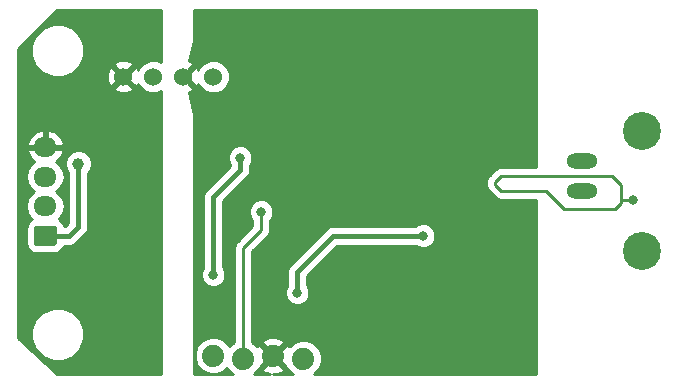
<source format=gbr>
G04 #@! TF.GenerationSoftware,KiCad,Pcbnew,(5.0.1)-3*
G04 #@! TF.CreationDate,2019-12-29T13:00:18-05:00*
G04 #@! TF.ProjectId,ml-ph-board,6D6C2D70682D626F6172642E6B696361,rev?*
G04 #@! TF.SameCoordinates,Original*
G04 #@! TF.FileFunction,Copper,L2,Bot,Signal*
G04 #@! TF.FilePolarity,Positive*
%FSLAX46Y46*%
G04 Gerber Fmt 4.6, Leading zero omitted, Abs format (unit mm)*
G04 Created by KiCad (PCBNEW (5.0.1)-3) date 12/29/2019 1:00:18 PM*
%MOMM*%
%LPD*%
G01*
G04 APERTURE LIST*
G04 #@! TA.AperFunction,ComponentPad*
%ADD10C,3.215640*%
G04 #@! TD*
G04 #@! TA.AperFunction,ComponentPad*
%ADD11O,2.613660X1.305560*%
G04 #@! TD*
G04 #@! TA.AperFunction,Conductor*
%ADD12C,0.100000*%
G04 #@! TD*
G04 #@! TA.AperFunction,ComponentPad*
%ADD13C,1.700000*%
G04 #@! TD*
G04 #@! TA.AperFunction,ComponentPad*
%ADD14O,1.950000X1.700000*%
G04 #@! TD*
G04 #@! TA.AperFunction,ComponentPad*
%ADD15C,1.879600*%
G04 #@! TD*
G04 #@! TA.AperFunction,ComponentPad*
%ADD16C,1.524000*%
G04 #@! TD*
G04 #@! TA.AperFunction,ViaPad*
%ADD17C,0.800000*%
G04 #@! TD*
G04 #@! TA.AperFunction,ViaPad*
%ADD18C,1.000000*%
G04 #@! TD*
G04 #@! TA.AperFunction,Conductor*
%ADD19C,0.250000*%
G04 #@! TD*
G04 #@! TA.AperFunction,Conductor*
%ADD20C,0.400000*%
G04 #@! TD*
G04 #@! TA.AperFunction,Conductor*
%ADD21C,0.254000*%
G04 #@! TD*
G04 APERTURE END LIST*
D10*
G04 #@! TO.P,J3,3*
G04 #@! TO.N,N/C*
X157480000Y-96774000D03*
G04 #@! TO.P,J3,4*
X157480000Y-106934000D03*
D11*
G04 #@! TO.P,J3,GND*
G04 #@! TO.N,Net-(C6-Pad1)*
X152400000Y-99314000D03*
G04 #@! TO.P,J3,S*
G04 #@! TO.N,Net-(J3-PadS)*
X152400000Y-101854000D03*
G04 #@! TD*
D12*
G04 #@! TO.N,+5V*
G04 #@! TO.C,J1*
G36*
X107683504Y-104815204D02*
X107707773Y-104818804D01*
X107731571Y-104824765D01*
X107754671Y-104833030D01*
X107776849Y-104843520D01*
X107797893Y-104856133D01*
X107817598Y-104870747D01*
X107835777Y-104887223D01*
X107852253Y-104905402D01*
X107866867Y-104925107D01*
X107879480Y-104946151D01*
X107889970Y-104968329D01*
X107898235Y-104991429D01*
X107904196Y-105015227D01*
X107907796Y-105039496D01*
X107909000Y-105064000D01*
X107909000Y-106264000D01*
X107907796Y-106288504D01*
X107904196Y-106312773D01*
X107898235Y-106336571D01*
X107889970Y-106359671D01*
X107879480Y-106381849D01*
X107866867Y-106402893D01*
X107852253Y-106422598D01*
X107835777Y-106440777D01*
X107817598Y-106457253D01*
X107797893Y-106471867D01*
X107776849Y-106484480D01*
X107754671Y-106494970D01*
X107731571Y-106503235D01*
X107707773Y-106509196D01*
X107683504Y-106512796D01*
X107659000Y-106514000D01*
X106209000Y-106514000D01*
X106184496Y-106512796D01*
X106160227Y-106509196D01*
X106136429Y-106503235D01*
X106113329Y-106494970D01*
X106091151Y-106484480D01*
X106070107Y-106471867D01*
X106050402Y-106457253D01*
X106032223Y-106440777D01*
X106015747Y-106422598D01*
X106001133Y-106402893D01*
X105988520Y-106381849D01*
X105978030Y-106359671D01*
X105969765Y-106336571D01*
X105963804Y-106312773D01*
X105960204Y-106288504D01*
X105959000Y-106264000D01*
X105959000Y-105064000D01*
X105960204Y-105039496D01*
X105963804Y-105015227D01*
X105969765Y-104991429D01*
X105978030Y-104968329D01*
X105988520Y-104946151D01*
X106001133Y-104925107D01*
X106015747Y-104905402D01*
X106032223Y-104887223D01*
X106050402Y-104870747D01*
X106070107Y-104856133D01*
X106091151Y-104843520D01*
X106113329Y-104833030D01*
X106136429Y-104824765D01*
X106160227Y-104818804D01*
X106184496Y-104815204D01*
X106209000Y-104814000D01*
X107659000Y-104814000D01*
X107683504Y-104815204D01*
X107683504Y-104815204D01*
G37*
D13*
G04 #@! TD*
G04 #@! TO.P,J1,1*
G04 #@! TO.N,+5V*
X106934000Y-105664000D03*
D14*
G04 #@! TO.P,J1,2*
G04 #@! TO.N,/SCL*
X106934000Y-103164000D03*
G04 #@! TO.P,J1,3*
G04 #@! TO.N,/SDA*
X106934000Y-100664000D03*
G04 #@! TO.P,J1,4*
G04 #@! TO.N,GND*
X106934000Y-98164000D03*
G04 #@! TD*
D15*
G04 #@! TO.P,J2,4*
G04 #@! TO.N,/NRST*
X128778000Y-116078000D03*
G04 #@! TO.P,J2,3*
G04 #@! TO.N,GNDD*
X126238000Y-115824000D03*
G04 #@! TO.P,J2,2*
G04 #@! TO.N,/SWIM*
X123698000Y-116078000D03*
G04 #@! TO.P,J2,1*
G04 #@! TO.N,+5VD*
X121158000Y-115824000D03*
G04 #@! TD*
D16*
G04 #@! TO.P,U2,1*
G04 #@! TO.N,GND*
X113538000Y-92202000D03*
G04 #@! TO.P,U2,2*
G04 #@! TO.N,+5V*
X116078000Y-92202000D03*
G04 #@! TO.P,U2,3*
G04 #@! TO.N,GNDD*
X118618000Y-92202000D03*
G04 #@! TO.P,U2,4*
G04 #@! TO.N,+5VD*
X121158000Y-92202000D03*
G04 #@! TD*
D17*
G04 #@! TO.N,*
X156718000Y-102616000D03*
G04 #@! TO.N,GND*
X115570000Y-105410000D03*
X114046000Y-105410000D03*
D18*
G04 #@! TO.N,+5V*
X109728000Y-99568000D03*
D17*
G04 #@! TO.N,+5VD*
X123444000Y-99060000D03*
X138938000Y-105664000D03*
X128270000Y-110490000D03*
X121158000Y-108966000D03*
G04 #@! TO.N,GNDD*
X123190000Y-105156000D03*
X125222000Y-106934000D03*
X137668000Y-107950000D03*
X137668000Y-109220000D03*
X136144000Y-92710000D03*
X137668000Y-92710000D03*
X139192000Y-92710000D03*
X147320000Y-87630000D03*
X147320000Y-89662000D03*
X145542000Y-87630000D03*
X140208000Y-116078000D03*
X132080000Y-116078000D03*
X143764000Y-94488000D03*
X145034000Y-94488000D03*
X146304000Y-94488000D03*
X134620000Y-100838000D03*
G04 #@! TO.N,/SWIM*
X125222000Y-103632000D03*
G04 #@! TD*
D19*
G04 #@! TO.N,*
X149098000Y-101854000D02*
X148590000Y-101854000D01*
X150876000Y-103378000D02*
X149352000Y-101854000D01*
X155702000Y-102870000D02*
X155194000Y-103378000D01*
X155702000Y-101346000D02*
X154940000Y-100584000D01*
X155702000Y-102616000D02*
X155702000Y-101346000D01*
X155702000Y-102616000D02*
X155702000Y-102870000D01*
X155194000Y-103378000D02*
X150876000Y-103378000D01*
X149352000Y-101854000D02*
X149098000Y-101854000D01*
X145542000Y-100584000D02*
X145034000Y-101092000D01*
X145034000Y-101346000D02*
X145542000Y-101854000D01*
X145034000Y-101092000D02*
X145034000Y-101346000D01*
X154940000Y-100584000D02*
X145542000Y-100584000D01*
X155702000Y-102616000D02*
X156718000Y-102616000D01*
X147066000Y-101854000D02*
X145796000Y-101854000D01*
X145796000Y-101854000D02*
X146050000Y-101854000D01*
X145542000Y-101854000D02*
X145796000Y-101854000D01*
X147066000Y-101854000D02*
X146304000Y-101854000D01*
X149098000Y-101854000D02*
X147066000Y-101854000D01*
D20*
G04 #@! TO.N,+5V*
X109728000Y-99568000D02*
X109728000Y-104902000D01*
X108966000Y-105664000D02*
X109728000Y-104902000D01*
X106934000Y-105664000D02*
X108966000Y-105664000D01*
G04 #@! TO.N,+5VD*
X138938000Y-105664000D02*
X131318000Y-105664000D01*
X128270000Y-108712000D02*
X128270000Y-110490000D01*
X131318000Y-105664000D02*
X128270000Y-108712000D01*
X123444000Y-99060000D02*
X123444000Y-100076000D01*
X121158000Y-102362000D02*
X121158000Y-108966000D01*
X123444000Y-100076000D02*
X121158000Y-102362000D01*
D19*
G04 #@! TO.N,/SWIM*
X123698000Y-116078000D02*
X123698000Y-106680000D01*
X125222000Y-105156000D02*
X125222000Y-103632000D01*
X123698000Y-106680000D02*
X125222000Y-105156000D01*
G04 #@! TD*
D21*
G04 #@! TO.N,GND*
G36*
X116713000Y-90952923D02*
X116355881Y-90805000D01*
X115800119Y-90805000D01*
X115286663Y-91017680D01*
X114893680Y-91410663D01*
X114814572Y-91601647D01*
X114760397Y-91470857D01*
X114518213Y-91401392D01*
X113717605Y-92202000D01*
X114518213Y-93002608D01*
X114760397Y-92933143D01*
X114810535Y-92792607D01*
X114893680Y-92993337D01*
X115286663Y-93386320D01*
X115800119Y-93599000D01*
X116355881Y-93599000D01*
X116713000Y-93451077D01*
X116713000Y-117400000D01*
X107984729Y-117400000D01*
X107912068Y-117392876D01*
X104626493Y-114326339D01*
X104596000Y-114036217D01*
X104596000Y-113555431D01*
X105765000Y-113555431D01*
X105765000Y-114444569D01*
X106105259Y-115266026D01*
X106733974Y-115894741D01*
X107555431Y-116235000D01*
X108444569Y-116235000D01*
X109266026Y-115894741D01*
X109894741Y-115266026D01*
X110235000Y-114444569D01*
X110235000Y-113555431D01*
X109894741Y-112733974D01*
X109266026Y-112105259D01*
X108444569Y-111765000D01*
X107555431Y-111765000D01*
X106733974Y-112105259D01*
X106105259Y-112733974D01*
X105765000Y-113555431D01*
X104596000Y-113555431D01*
X104596000Y-100664000D01*
X105294908Y-100664000D01*
X105410161Y-101243418D01*
X105738375Y-101734625D01*
X106006829Y-101914000D01*
X105738375Y-102093375D01*
X105410161Y-102584582D01*
X105294908Y-103164000D01*
X105410161Y-103743418D01*
X105738375Y-104234625D01*
X105802156Y-104277242D01*
X105574414Y-104429414D01*
X105379874Y-104720565D01*
X105311560Y-105064000D01*
X105311560Y-106264000D01*
X105379874Y-106607435D01*
X105574414Y-106898586D01*
X105865565Y-107093126D01*
X106209000Y-107161440D01*
X107659000Y-107161440D01*
X108002435Y-107093126D01*
X108293586Y-106898586D01*
X108488126Y-106607435D01*
X108509695Y-106499000D01*
X108883767Y-106499000D01*
X108966000Y-106515357D01*
X109048233Y-106499000D01*
X109048237Y-106499000D01*
X109291801Y-106450552D01*
X109568001Y-106266001D01*
X109614587Y-106196280D01*
X110260282Y-105550586D01*
X110330001Y-105504001D01*
X110514552Y-105227801D01*
X110563000Y-104984237D01*
X110579358Y-104902000D01*
X110563000Y-104819763D01*
X110563000Y-100338133D01*
X110690207Y-100210926D01*
X110863000Y-99793766D01*
X110863000Y-99342234D01*
X110690207Y-98925074D01*
X110370926Y-98605793D01*
X109953766Y-98433000D01*
X109502234Y-98433000D01*
X109085074Y-98605793D01*
X108765793Y-98925074D01*
X108593000Y-99342234D01*
X108593000Y-99793766D01*
X108765793Y-100210926D01*
X108893000Y-100338133D01*
X108893001Y-104556131D01*
X108620133Y-104829000D01*
X108509695Y-104829000D01*
X108488126Y-104720565D01*
X108293586Y-104429414D01*
X108065844Y-104277242D01*
X108129625Y-104234625D01*
X108457839Y-103743418D01*
X108573092Y-103164000D01*
X108457839Y-102584582D01*
X108129625Y-102093375D01*
X107861171Y-101914000D01*
X108129625Y-101734625D01*
X108457839Y-101243418D01*
X108573092Y-100664000D01*
X108457839Y-100084582D01*
X108129625Y-99593375D01*
X107856313Y-99410754D01*
X108261497Y-99035193D01*
X108500476Y-98520890D01*
X108379155Y-98291000D01*
X107061000Y-98291000D01*
X107061000Y-98311000D01*
X106807000Y-98311000D01*
X106807000Y-98291000D01*
X105488845Y-98291000D01*
X105367524Y-98520890D01*
X105606503Y-99035193D01*
X106011687Y-99410754D01*
X105738375Y-99593375D01*
X105410161Y-100084582D01*
X105294908Y-100664000D01*
X104596000Y-100664000D01*
X104596000Y-97807110D01*
X105367524Y-97807110D01*
X105488845Y-98037000D01*
X106807000Y-98037000D01*
X106807000Y-96837835D01*
X107061000Y-96837835D01*
X107061000Y-98037000D01*
X108379155Y-98037000D01*
X108500476Y-97807110D01*
X108261497Y-97292807D01*
X107836571Y-96898947D01*
X107293267Y-96697680D01*
X107061000Y-96837835D01*
X106807000Y-96837835D01*
X106574733Y-96697680D01*
X106031429Y-96898947D01*
X105606503Y-97292807D01*
X105367524Y-97807110D01*
X104596000Y-97807110D01*
X104596000Y-93182213D01*
X112737392Y-93182213D01*
X112806857Y-93424397D01*
X113330302Y-93611144D01*
X113885368Y-93583362D01*
X114269143Y-93424397D01*
X114338608Y-93182213D01*
X113538000Y-92381605D01*
X112737392Y-93182213D01*
X104596000Y-93182213D01*
X104596000Y-89950720D01*
X104602209Y-89887397D01*
X104934175Y-89555431D01*
X105765000Y-89555431D01*
X105765000Y-90444569D01*
X106105259Y-91266026D01*
X106733974Y-91894741D01*
X107555431Y-92235000D01*
X108444569Y-92235000D01*
X109025664Y-91994302D01*
X112128856Y-91994302D01*
X112156638Y-92549368D01*
X112315603Y-92933143D01*
X112557787Y-93002608D01*
X113358395Y-92202000D01*
X112557787Y-91401392D01*
X112315603Y-91470857D01*
X112128856Y-91994302D01*
X109025664Y-91994302D01*
X109266026Y-91894741D01*
X109894741Y-91266026D01*
X109913065Y-91221787D01*
X112737392Y-91221787D01*
X113538000Y-92022395D01*
X114338608Y-91221787D01*
X114269143Y-90979603D01*
X113745698Y-90792856D01*
X113190632Y-90820638D01*
X112806857Y-90979603D01*
X112737392Y-91221787D01*
X109913065Y-91221787D01*
X110235000Y-90444569D01*
X110235000Y-89555431D01*
X109894741Y-88733974D01*
X109266026Y-88105259D01*
X108444569Y-87765000D01*
X107555431Y-87765000D01*
X106733974Y-88105259D01*
X106105259Y-88733974D01*
X105765000Y-89555431D01*
X104934175Y-89555431D01*
X107923827Y-86565779D01*
X107959783Y-86562000D01*
X116713000Y-86562000D01*
X116713000Y-90952923D01*
X116713000Y-90952923D01*
G37*
X116713000Y-90952923D02*
X116355881Y-90805000D01*
X115800119Y-90805000D01*
X115286663Y-91017680D01*
X114893680Y-91410663D01*
X114814572Y-91601647D01*
X114760397Y-91470857D01*
X114518213Y-91401392D01*
X113717605Y-92202000D01*
X114518213Y-93002608D01*
X114760397Y-92933143D01*
X114810535Y-92792607D01*
X114893680Y-92993337D01*
X115286663Y-93386320D01*
X115800119Y-93599000D01*
X116355881Y-93599000D01*
X116713000Y-93451077D01*
X116713000Y-117400000D01*
X107984729Y-117400000D01*
X107912068Y-117392876D01*
X104626493Y-114326339D01*
X104596000Y-114036217D01*
X104596000Y-113555431D01*
X105765000Y-113555431D01*
X105765000Y-114444569D01*
X106105259Y-115266026D01*
X106733974Y-115894741D01*
X107555431Y-116235000D01*
X108444569Y-116235000D01*
X109266026Y-115894741D01*
X109894741Y-115266026D01*
X110235000Y-114444569D01*
X110235000Y-113555431D01*
X109894741Y-112733974D01*
X109266026Y-112105259D01*
X108444569Y-111765000D01*
X107555431Y-111765000D01*
X106733974Y-112105259D01*
X106105259Y-112733974D01*
X105765000Y-113555431D01*
X104596000Y-113555431D01*
X104596000Y-100664000D01*
X105294908Y-100664000D01*
X105410161Y-101243418D01*
X105738375Y-101734625D01*
X106006829Y-101914000D01*
X105738375Y-102093375D01*
X105410161Y-102584582D01*
X105294908Y-103164000D01*
X105410161Y-103743418D01*
X105738375Y-104234625D01*
X105802156Y-104277242D01*
X105574414Y-104429414D01*
X105379874Y-104720565D01*
X105311560Y-105064000D01*
X105311560Y-106264000D01*
X105379874Y-106607435D01*
X105574414Y-106898586D01*
X105865565Y-107093126D01*
X106209000Y-107161440D01*
X107659000Y-107161440D01*
X108002435Y-107093126D01*
X108293586Y-106898586D01*
X108488126Y-106607435D01*
X108509695Y-106499000D01*
X108883767Y-106499000D01*
X108966000Y-106515357D01*
X109048233Y-106499000D01*
X109048237Y-106499000D01*
X109291801Y-106450552D01*
X109568001Y-106266001D01*
X109614587Y-106196280D01*
X110260282Y-105550586D01*
X110330001Y-105504001D01*
X110514552Y-105227801D01*
X110563000Y-104984237D01*
X110579358Y-104902000D01*
X110563000Y-104819763D01*
X110563000Y-100338133D01*
X110690207Y-100210926D01*
X110863000Y-99793766D01*
X110863000Y-99342234D01*
X110690207Y-98925074D01*
X110370926Y-98605793D01*
X109953766Y-98433000D01*
X109502234Y-98433000D01*
X109085074Y-98605793D01*
X108765793Y-98925074D01*
X108593000Y-99342234D01*
X108593000Y-99793766D01*
X108765793Y-100210926D01*
X108893000Y-100338133D01*
X108893001Y-104556131D01*
X108620133Y-104829000D01*
X108509695Y-104829000D01*
X108488126Y-104720565D01*
X108293586Y-104429414D01*
X108065844Y-104277242D01*
X108129625Y-104234625D01*
X108457839Y-103743418D01*
X108573092Y-103164000D01*
X108457839Y-102584582D01*
X108129625Y-102093375D01*
X107861171Y-101914000D01*
X108129625Y-101734625D01*
X108457839Y-101243418D01*
X108573092Y-100664000D01*
X108457839Y-100084582D01*
X108129625Y-99593375D01*
X107856313Y-99410754D01*
X108261497Y-99035193D01*
X108500476Y-98520890D01*
X108379155Y-98291000D01*
X107061000Y-98291000D01*
X107061000Y-98311000D01*
X106807000Y-98311000D01*
X106807000Y-98291000D01*
X105488845Y-98291000D01*
X105367524Y-98520890D01*
X105606503Y-99035193D01*
X106011687Y-99410754D01*
X105738375Y-99593375D01*
X105410161Y-100084582D01*
X105294908Y-100664000D01*
X104596000Y-100664000D01*
X104596000Y-97807110D01*
X105367524Y-97807110D01*
X105488845Y-98037000D01*
X106807000Y-98037000D01*
X106807000Y-96837835D01*
X107061000Y-96837835D01*
X107061000Y-98037000D01*
X108379155Y-98037000D01*
X108500476Y-97807110D01*
X108261497Y-97292807D01*
X107836571Y-96898947D01*
X107293267Y-96697680D01*
X107061000Y-96837835D01*
X106807000Y-96837835D01*
X106574733Y-96697680D01*
X106031429Y-96898947D01*
X105606503Y-97292807D01*
X105367524Y-97807110D01*
X104596000Y-97807110D01*
X104596000Y-93182213D01*
X112737392Y-93182213D01*
X112806857Y-93424397D01*
X113330302Y-93611144D01*
X113885368Y-93583362D01*
X114269143Y-93424397D01*
X114338608Y-93182213D01*
X113538000Y-92381605D01*
X112737392Y-93182213D01*
X104596000Y-93182213D01*
X104596000Y-89950720D01*
X104602209Y-89887397D01*
X104934175Y-89555431D01*
X105765000Y-89555431D01*
X105765000Y-90444569D01*
X106105259Y-91266026D01*
X106733974Y-91894741D01*
X107555431Y-92235000D01*
X108444569Y-92235000D01*
X109025664Y-91994302D01*
X112128856Y-91994302D01*
X112156638Y-92549368D01*
X112315603Y-92933143D01*
X112557787Y-93002608D01*
X113358395Y-92202000D01*
X112557787Y-91401392D01*
X112315603Y-91470857D01*
X112128856Y-91994302D01*
X109025664Y-91994302D01*
X109266026Y-91894741D01*
X109894741Y-91266026D01*
X109913065Y-91221787D01*
X112737392Y-91221787D01*
X113538000Y-92022395D01*
X114338608Y-91221787D01*
X114269143Y-90979603D01*
X113745698Y-90792856D01*
X113190632Y-90820638D01*
X112806857Y-90979603D01*
X112737392Y-91221787D01*
X109913065Y-91221787D01*
X110235000Y-90444569D01*
X110235000Y-89555431D01*
X109894741Y-88733974D01*
X109266026Y-88105259D01*
X108444569Y-87765000D01*
X107555431Y-87765000D01*
X106733974Y-88105259D01*
X106105259Y-88733974D01*
X105765000Y-89555431D01*
X104934175Y-89555431D01*
X107923827Y-86565779D01*
X107959783Y-86562000D01*
X116713000Y-86562000D01*
X116713000Y-90952923D01*
G04 #@! TO.N,GNDD*
G36*
X148463000Y-99824000D02*
X145616846Y-99824000D01*
X145541999Y-99809112D01*
X145467152Y-99824000D01*
X145467148Y-99824000D01*
X145245463Y-99868096D01*
X145245461Y-99868097D01*
X145245462Y-99868097D01*
X145057526Y-99993671D01*
X145057524Y-99993673D01*
X144994071Y-100036071D01*
X144951672Y-100099525D01*
X144549529Y-100501670D01*
X144486071Y-100544071D01*
X144318096Y-100795464D01*
X144274000Y-101017149D01*
X144274000Y-101017153D01*
X144259112Y-101092000D01*
X144274000Y-101166847D01*
X144274000Y-101271153D01*
X144259112Y-101346000D01*
X144274000Y-101420847D01*
X144274000Y-101420852D01*
X144318096Y-101642537D01*
X144486071Y-101893929D01*
X144549528Y-101936330D01*
X144951672Y-102338475D01*
X144994071Y-102401929D01*
X145057524Y-102444327D01*
X145057526Y-102444329D01*
X145182902Y-102528102D01*
X145245463Y-102569904D01*
X145467148Y-102614000D01*
X145467152Y-102614000D01*
X145541999Y-102628888D01*
X145616846Y-102614000D01*
X148463000Y-102614000D01*
X148463000Y-117400000D01*
X129683103Y-117400000D01*
X130113051Y-116970052D01*
X130352800Y-116391247D01*
X130352800Y-115764753D01*
X130113051Y-115185948D01*
X129670052Y-114742949D01*
X129091247Y-114503200D01*
X128464753Y-114503200D01*
X127885948Y-114742949D01*
X127617947Y-115010950D01*
X127607580Y-114985923D01*
X127346968Y-114894637D01*
X126417605Y-115824000D01*
X127346968Y-116753363D01*
X127352405Y-116751459D01*
X127442949Y-116970052D01*
X127872897Y-117400000D01*
X126239398Y-117400000D01*
X126613828Y-117385049D01*
X127076077Y-117193580D01*
X127167363Y-116932968D01*
X126238000Y-116003605D01*
X125308637Y-116932968D01*
X125399923Y-117193580D01*
X125960551Y-117400000D01*
X124603103Y-117400000D01*
X125033051Y-116970052D01*
X125123595Y-116751459D01*
X125129032Y-116753363D01*
X126058395Y-115824000D01*
X125129032Y-114894637D01*
X124868420Y-114985923D01*
X124858895Y-115011792D01*
X124590052Y-114742949D01*
X124522655Y-114715032D01*
X125308637Y-114715032D01*
X126238000Y-115644395D01*
X127167363Y-114715032D01*
X127076077Y-114454420D01*
X126488167Y-114237955D01*
X125862172Y-114262951D01*
X125399923Y-114454420D01*
X125308637Y-114715032D01*
X124522655Y-114715032D01*
X124458000Y-114688251D01*
X124458000Y-110284126D01*
X127235000Y-110284126D01*
X127235000Y-110695874D01*
X127392569Y-111076280D01*
X127683720Y-111367431D01*
X128064126Y-111525000D01*
X128475874Y-111525000D01*
X128856280Y-111367431D01*
X129147431Y-111076280D01*
X129305000Y-110695874D01*
X129305000Y-110284126D01*
X129147431Y-109903720D01*
X129105000Y-109861289D01*
X129105000Y-109057867D01*
X131663868Y-106499000D01*
X138309289Y-106499000D01*
X138351720Y-106541431D01*
X138732126Y-106699000D01*
X139143874Y-106699000D01*
X139524280Y-106541431D01*
X139815431Y-106250280D01*
X139973000Y-105869874D01*
X139973000Y-105458126D01*
X139815431Y-105077720D01*
X139524280Y-104786569D01*
X139143874Y-104629000D01*
X138732126Y-104629000D01*
X138351720Y-104786569D01*
X138309289Y-104829000D01*
X131400237Y-104829000D01*
X131318000Y-104812642D01*
X131235763Y-104829000D01*
X130992199Y-104877448D01*
X130715999Y-105061999D01*
X130669415Y-105131717D01*
X127737720Y-108063413D01*
X127667999Y-108109999D01*
X127483448Y-108386200D01*
X127435000Y-108629764D01*
X127435000Y-108629767D01*
X127418643Y-108712000D01*
X127435000Y-108794233D01*
X127435001Y-109861288D01*
X127392569Y-109903720D01*
X127235000Y-110284126D01*
X124458000Y-110284126D01*
X124458000Y-106994801D01*
X125706476Y-105746327D01*
X125769929Y-105703929D01*
X125812327Y-105640476D01*
X125812329Y-105640474D01*
X125896102Y-105515098D01*
X125937904Y-105452537D01*
X125982000Y-105230852D01*
X125982000Y-105230848D01*
X125996888Y-105156001D01*
X125982000Y-105081154D01*
X125982000Y-104335711D01*
X126099431Y-104218280D01*
X126257000Y-103837874D01*
X126257000Y-103426126D01*
X126099431Y-103045720D01*
X125808280Y-102754569D01*
X125427874Y-102597000D01*
X125016126Y-102597000D01*
X124635720Y-102754569D01*
X124344569Y-103045720D01*
X124187000Y-103426126D01*
X124187000Y-103837874D01*
X124344569Y-104218280D01*
X124462001Y-104335712D01*
X124462000Y-104841197D01*
X123213528Y-106089671D01*
X123150072Y-106132071D01*
X123107672Y-106195527D01*
X123107671Y-106195528D01*
X122982097Y-106383463D01*
X122923112Y-106680000D01*
X122938001Y-106754852D01*
X122938000Y-114688251D01*
X122805948Y-114742949D01*
X122529340Y-115019557D01*
X122493051Y-114931948D01*
X122050052Y-114488949D01*
X121471247Y-114249200D01*
X120844753Y-114249200D01*
X120265948Y-114488949D01*
X119822949Y-114931948D01*
X119583200Y-115510753D01*
X119583200Y-116137247D01*
X119822949Y-116716052D01*
X120265948Y-117159051D01*
X120844753Y-117398800D01*
X121471247Y-117398800D01*
X122050052Y-117159051D01*
X122326660Y-116882443D01*
X122362949Y-116970052D01*
X122792897Y-117400000D01*
X119507000Y-117400000D01*
X119507000Y-108760126D01*
X120123000Y-108760126D01*
X120123000Y-109171874D01*
X120280569Y-109552280D01*
X120571720Y-109843431D01*
X120952126Y-110001000D01*
X121363874Y-110001000D01*
X121744280Y-109843431D01*
X122035431Y-109552280D01*
X122193000Y-109171874D01*
X122193000Y-108760126D01*
X122035431Y-108379720D01*
X121993000Y-108337289D01*
X121993000Y-102707867D01*
X123976283Y-100724585D01*
X124046001Y-100678001D01*
X124230552Y-100401801D01*
X124279000Y-100158237D01*
X124279000Y-100158234D01*
X124295357Y-100076001D01*
X124279000Y-99993768D01*
X124279000Y-99688711D01*
X124321431Y-99646280D01*
X124479000Y-99265874D01*
X124479000Y-98854126D01*
X124321431Y-98473720D01*
X124030280Y-98182569D01*
X123649874Y-98025000D01*
X123238126Y-98025000D01*
X122857720Y-98182569D01*
X122566569Y-98473720D01*
X122409000Y-98854126D01*
X122409000Y-99265874D01*
X122566569Y-99646280D01*
X122609001Y-99688712D01*
X122609001Y-99730131D01*
X120625720Y-101713413D01*
X120555999Y-101759999D01*
X120371448Y-102036200D01*
X120323000Y-102279764D01*
X120323000Y-102279767D01*
X120306643Y-102362000D01*
X120323000Y-102444233D01*
X120323001Y-108337288D01*
X120280569Y-108379720D01*
X120123000Y-108760126D01*
X119507000Y-108760126D01*
X119507000Y-95504000D01*
X119503976Y-95476450D01*
X119073350Y-93538634D01*
X119349143Y-93424397D01*
X119418608Y-93182213D01*
X118999000Y-92762605D01*
X118999000Y-92403395D01*
X119598213Y-93002608D01*
X119840397Y-92933143D01*
X119890535Y-92792607D01*
X119973680Y-92993337D01*
X120366663Y-93386320D01*
X120880119Y-93599000D01*
X121435881Y-93599000D01*
X121949337Y-93386320D01*
X122342320Y-92993337D01*
X122555000Y-92479881D01*
X122555000Y-91924119D01*
X122342320Y-91410663D01*
X121949337Y-91017680D01*
X121435881Y-90805000D01*
X120880119Y-90805000D01*
X120366663Y-91017680D01*
X119973680Y-91410663D01*
X119894572Y-91601647D01*
X119840397Y-91470857D01*
X119598213Y-91401392D01*
X118999000Y-92000605D01*
X118999000Y-91641395D01*
X119418608Y-91221787D01*
X119349143Y-90979603D01*
X119078635Y-90883095D01*
X119503208Y-89184802D01*
X119507000Y-89154000D01*
X119507000Y-86562000D01*
X148463000Y-86562000D01*
X148463000Y-99824000D01*
X148463000Y-99824000D01*
G37*
X148463000Y-99824000D02*
X145616846Y-99824000D01*
X145541999Y-99809112D01*
X145467152Y-99824000D01*
X145467148Y-99824000D01*
X145245463Y-99868096D01*
X145245461Y-99868097D01*
X145245462Y-99868097D01*
X145057526Y-99993671D01*
X145057524Y-99993673D01*
X144994071Y-100036071D01*
X144951672Y-100099525D01*
X144549529Y-100501670D01*
X144486071Y-100544071D01*
X144318096Y-100795464D01*
X144274000Y-101017149D01*
X144274000Y-101017153D01*
X144259112Y-101092000D01*
X144274000Y-101166847D01*
X144274000Y-101271153D01*
X144259112Y-101346000D01*
X144274000Y-101420847D01*
X144274000Y-101420852D01*
X144318096Y-101642537D01*
X144486071Y-101893929D01*
X144549528Y-101936330D01*
X144951672Y-102338475D01*
X144994071Y-102401929D01*
X145057524Y-102444327D01*
X145057526Y-102444329D01*
X145182902Y-102528102D01*
X145245463Y-102569904D01*
X145467148Y-102614000D01*
X145467152Y-102614000D01*
X145541999Y-102628888D01*
X145616846Y-102614000D01*
X148463000Y-102614000D01*
X148463000Y-117400000D01*
X129683103Y-117400000D01*
X130113051Y-116970052D01*
X130352800Y-116391247D01*
X130352800Y-115764753D01*
X130113051Y-115185948D01*
X129670052Y-114742949D01*
X129091247Y-114503200D01*
X128464753Y-114503200D01*
X127885948Y-114742949D01*
X127617947Y-115010950D01*
X127607580Y-114985923D01*
X127346968Y-114894637D01*
X126417605Y-115824000D01*
X127346968Y-116753363D01*
X127352405Y-116751459D01*
X127442949Y-116970052D01*
X127872897Y-117400000D01*
X126239398Y-117400000D01*
X126613828Y-117385049D01*
X127076077Y-117193580D01*
X127167363Y-116932968D01*
X126238000Y-116003605D01*
X125308637Y-116932968D01*
X125399923Y-117193580D01*
X125960551Y-117400000D01*
X124603103Y-117400000D01*
X125033051Y-116970052D01*
X125123595Y-116751459D01*
X125129032Y-116753363D01*
X126058395Y-115824000D01*
X125129032Y-114894637D01*
X124868420Y-114985923D01*
X124858895Y-115011792D01*
X124590052Y-114742949D01*
X124522655Y-114715032D01*
X125308637Y-114715032D01*
X126238000Y-115644395D01*
X127167363Y-114715032D01*
X127076077Y-114454420D01*
X126488167Y-114237955D01*
X125862172Y-114262951D01*
X125399923Y-114454420D01*
X125308637Y-114715032D01*
X124522655Y-114715032D01*
X124458000Y-114688251D01*
X124458000Y-110284126D01*
X127235000Y-110284126D01*
X127235000Y-110695874D01*
X127392569Y-111076280D01*
X127683720Y-111367431D01*
X128064126Y-111525000D01*
X128475874Y-111525000D01*
X128856280Y-111367431D01*
X129147431Y-111076280D01*
X129305000Y-110695874D01*
X129305000Y-110284126D01*
X129147431Y-109903720D01*
X129105000Y-109861289D01*
X129105000Y-109057867D01*
X131663868Y-106499000D01*
X138309289Y-106499000D01*
X138351720Y-106541431D01*
X138732126Y-106699000D01*
X139143874Y-106699000D01*
X139524280Y-106541431D01*
X139815431Y-106250280D01*
X139973000Y-105869874D01*
X139973000Y-105458126D01*
X139815431Y-105077720D01*
X139524280Y-104786569D01*
X139143874Y-104629000D01*
X138732126Y-104629000D01*
X138351720Y-104786569D01*
X138309289Y-104829000D01*
X131400237Y-104829000D01*
X131318000Y-104812642D01*
X131235763Y-104829000D01*
X130992199Y-104877448D01*
X130715999Y-105061999D01*
X130669415Y-105131717D01*
X127737720Y-108063413D01*
X127667999Y-108109999D01*
X127483448Y-108386200D01*
X127435000Y-108629764D01*
X127435000Y-108629767D01*
X127418643Y-108712000D01*
X127435000Y-108794233D01*
X127435001Y-109861288D01*
X127392569Y-109903720D01*
X127235000Y-110284126D01*
X124458000Y-110284126D01*
X124458000Y-106994801D01*
X125706476Y-105746327D01*
X125769929Y-105703929D01*
X125812327Y-105640476D01*
X125812329Y-105640474D01*
X125896102Y-105515098D01*
X125937904Y-105452537D01*
X125982000Y-105230852D01*
X125982000Y-105230848D01*
X125996888Y-105156001D01*
X125982000Y-105081154D01*
X125982000Y-104335711D01*
X126099431Y-104218280D01*
X126257000Y-103837874D01*
X126257000Y-103426126D01*
X126099431Y-103045720D01*
X125808280Y-102754569D01*
X125427874Y-102597000D01*
X125016126Y-102597000D01*
X124635720Y-102754569D01*
X124344569Y-103045720D01*
X124187000Y-103426126D01*
X124187000Y-103837874D01*
X124344569Y-104218280D01*
X124462001Y-104335712D01*
X124462000Y-104841197D01*
X123213528Y-106089671D01*
X123150072Y-106132071D01*
X123107672Y-106195527D01*
X123107671Y-106195528D01*
X122982097Y-106383463D01*
X122923112Y-106680000D01*
X122938001Y-106754852D01*
X122938000Y-114688251D01*
X122805948Y-114742949D01*
X122529340Y-115019557D01*
X122493051Y-114931948D01*
X122050052Y-114488949D01*
X121471247Y-114249200D01*
X120844753Y-114249200D01*
X120265948Y-114488949D01*
X119822949Y-114931948D01*
X119583200Y-115510753D01*
X119583200Y-116137247D01*
X119822949Y-116716052D01*
X120265948Y-117159051D01*
X120844753Y-117398800D01*
X121471247Y-117398800D01*
X122050052Y-117159051D01*
X122326660Y-116882443D01*
X122362949Y-116970052D01*
X122792897Y-117400000D01*
X119507000Y-117400000D01*
X119507000Y-108760126D01*
X120123000Y-108760126D01*
X120123000Y-109171874D01*
X120280569Y-109552280D01*
X120571720Y-109843431D01*
X120952126Y-110001000D01*
X121363874Y-110001000D01*
X121744280Y-109843431D01*
X122035431Y-109552280D01*
X122193000Y-109171874D01*
X122193000Y-108760126D01*
X122035431Y-108379720D01*
X121993000Y-108337289D01*
X121993000Y-102707867D01*
X123976283Y-100724585D01*
X124046001Y-100678001D01*
X124230552Y-100401801D01*
X124279000Y-100158237D01*
X124279000Y-100158234D01*
X124295357Y-100076001D01*
X124279000Y-99993768D01*
X124279000Y-99688711D01*
X124321431Y-99646280D01*
X124479000Y-99265874D01*
X124479000Y-98854126D01*
X124321431Y-98473720D01*
X124030280Y-98182569D01*
X123649874Y-98025000D01*
X123238126Y-98025000D01*
X122857720Y-98182569D01*
X122566569Y-98473720D01*
X122409000Y-98854126D01*
X122409000Y-99265874D01*
X122566569Y-99646280D01*
X122609001Y-99688712D01*
X122609001Y-99730131D01*
X120625720Y-101713413D01*
X120555999Y-101759999D01*
X120371448Y-102036200D01*
X120323000Y-102279764D01*
X120323000Y-102279767D01*
X120306643Y-102362000D01*
X120323000Y-102444233D01*
X120323001Y-108337288D01*
X120280569Y-108379720D01*
X120123000Y-108760126D01*
X119507000Y-108760126D01*
X119507000Y-95504000D01*
X119503976Y-95476450D01*
X119073350Y-93538634D01*
X119349143Y-93424397D01*
X119418608Y-93182213D01*
X118999000Y-92762605D01*
X118999000Y-92403395D01*
X119598213Y-93002608D01*
X119840397Y-92933143D01*
X119890535Y-92792607D01*
X119973680Y-92993337D01*
X120366663Y-93386320D01*
X120880119Y-93599000D01*
X121435881Y-93599000D01*
X121949337Y-93386320D01*
X122342320Y-92993337D01*
X122555000Y-92479881D01*
X122555000Y-91924119D01*
X122342320Y-91410663D01*
X121949337Y-91017680D01*
X121435881Y-90805000D01*
X120880119Y-90805000D01*
X120366663Y-91017680D01*
X119973680Y-91410663D01*
X119894572Y-91601647D01*
X119840397Y-91470857D01*
X119598213Y-91401392D01*
X118999000Y-92000605D01*
X118999000Y-91641395D01*
X119418608Y-91221787D01*
X119349143Y-90979603D01*
X119078635Y-90883095D01*
X119503208Y-89184802D01*
X119507000Y-89154000D01*
X119507000Y-86562000D01*
X148463000Y-86562000D01*
X148463000Y-99824000D01*
G04 #@! TD*
M02*

</source>
